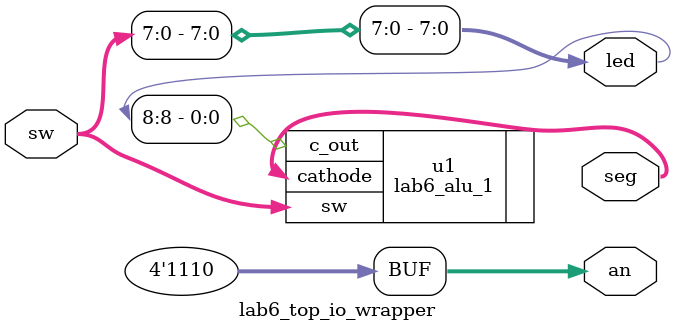
<source format=sv>
`timescale 1ns / 1ps
module lab6_top_io_wrapper(
	output logic [6:0] seg,
	output logic [3:0] an,
	output logic [8:0] led,
	input logic [11:0] sw
	);

	// only one digit on
	assign an = 4'b1110;

	// replicate the lower 8 switches on the led's
	assign led[7:0] = sw[7:0];

	// Instantiate the top module
	lab6_alu_1 u1 (.sw, .c_out(led[8]), .cathode(seg));

endmodule

</source>
